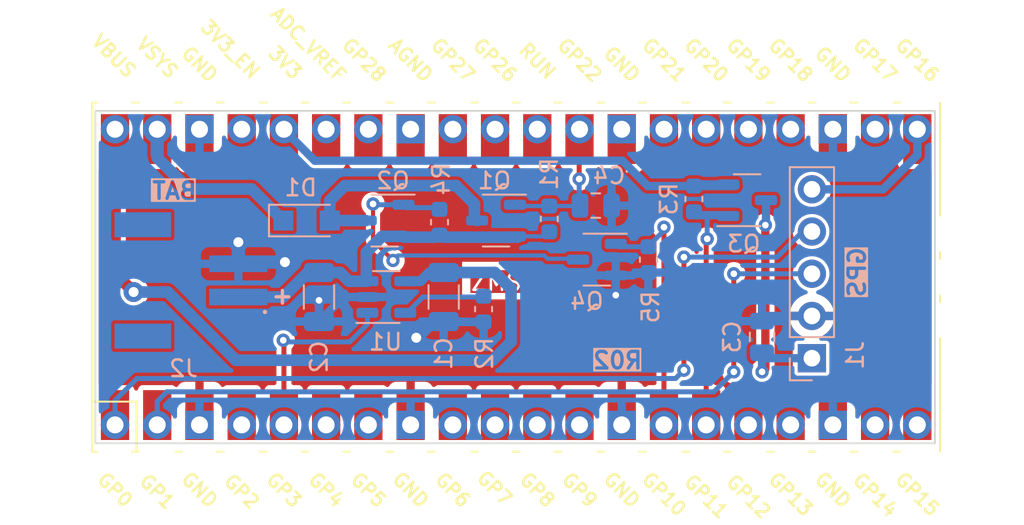
<source format=kicad_pcb>
(kicad_pcb (version 20221018) (generator pcbnew)
  (layers (0 "F.Cu" signal) (31 "B.Cu" signal) (34 "B.Paste" user) (35 "F.Paste" user) (36 "B.SilkS" user "B.Silkscreen") (37 "F.SilkS" user "F.Silkscreen") (38 "B.Mask" user) (39 "F.Mask" user) (44 "Edge.Cuts" user))
  (net 0 "")
  (net 1 "/GPS_3V3")
  (net 2 "GND")
  (net 3 "/GPS_TX")
  (net 4 "/GPS_RX")
  (net 5 "/GPS_PPS")
  (net 6 "/SWE")
  (net 7 "+BATT")
  (net 8 "Net-(D1-A)")
  (net 9 "Net-(Q2-G)")
  (net 10 "/EN_GPS")
  (net 11 "+3V3")
  (net 12 "Net-(U1-PROG)")
  (net 13 "/CHARGE")
  (net 14 "VBUS")
  (net 15 "/I2C_SDA")
  (net 16 "/I2C_SCL")
  (net 37 "/VBAT_SW")
  (net 39 "/PWR_EN")
  (footprint "Pico:RPi_Pico_SMD_TH_Customized" (layer "F.Cu") (at 194.31 70 90)
    (fp_text reference "U2" hide)
    (fp_text value "Pico")
    (fp_text user "GP9" (at -12.8 3.81 135) (layer "F.SilkS") (effects (font (size 0.8 0.8))))
    (fp_text user "GP22" (at 13.054 3.81 135) (layer "F.SilkS") (effects (font (size 0.8 0.8))))
    (fp_text user "AGND" (at 13.054 -6.35 135) (layer "F.SilkS") (effects (font (size 0.8 0.8))))
    (fp_text user "GP6" (at -12.8 -3.81 135) (layer "F.SilkS") (effects (font (size 0.8 0.8))))
    (fp_text user "RUN" (at 13 1.27 135) (layer "F.SilkS") (effects (font (size 0.8 0.8))))
    (fp_text user "GP16" (at 13.054 24.13 135) (layer "F.SilkS") (effects (font (size 0.8 0.8))))
    (fp_text user "3V3_EN" (at 13.7 -17.2 135) (layer "F.SilkS") (effects (font (size 0.8 0.8))))
    (fp_text user "GP0" (at -12.8 -24.13 135) (layer "F.SilkS") (effects (font (size 0.8 0.8))))
    (fp_text user "GND" (at -12.8 19.05 135) (layer "F.SilkS") (effects (font (size 0.8 0.8))))
    (fp_text user "GP19" (at 13.054 13.97 135) (layer "F.SilkS") (effects (font (size 0.8 0.8))))
    (fp_text user "GP27" (at 13.054 -3.8 135) (layer "F.SilkS") (effects (font (size 0.8 0.8))))
    (fp_text user "GP15" (at -13.054 24.13 135) (layer "F.SilkS") (effects (font (size 0.8 0.8))))
    (fp_text user "GP11" (at -13.2 11.43 135) (layer "F.SilkS") (effects (font (size 0.8 0.8))))
    (fp_text user "ADC_VREF" (at 14 -12.5 135) (layer "F.SilkS") (effects (font (size 0.8 0.8))))
    (fp_text user "GP4" (at -12.8 -11.43 135) (layer "F.SilkS") (effects (font (size 0.8 0.8))))
    (fp_text user "GND" (at -12.8 6.35 135) (layer "F.SilkS") (effects (font (size 0.8 0.8))))
    (fp_text user "GND" (at 12.8 -19.05 135) (layer "F.SilkS") (effects (font (size 0.8 0.8))))
    (fp_text user "VSYS" (at 13.2 -21.59 135) (layer "F.SilkS") (effects (font (size 0.8 0.8))))
    (fp_text user "GP28" (at 13.054 -9.144 135) (layer "F.SilkS") (effects (font (size 0.8 0.8))))
    (fp_text user "GP12" (at -13.2 13.97 135) (layer "F.SilkS") (effects (font (size 0.8 0.8))))
    (fp_text user "GP7" (at -12.7 -1.3 135) (layer "F.SilkS") (effects (font (size 0.8 0.8))))
    (fp_text user "GP18" (at 13.054 16.51 135) (layer "F.SilkS") (effects (font (size 0.8 0.8))))
    (fp_text user "GP20" (at 13.054 11.43 135) (layer "F.SilkS") (effects (font (size 0.8 0.8))))
    (fp_text user "GP3" (at -12.8 -13.97 135) (layer "F.SilkS") (effects (font (size 0.8 0.8))))
    (fp_text user "GP14" (at -13.1 21.59 135) (layer "F.SilkS") (effects (font (size 0.8 0.8))))
    (fp_text user "GP21" (at 13.054 8.9 135) (layer "F.SilkS") (effects (font (size 0.8 0.8))))
    (fp_text user "GP8" (at -12.8 1.27 135) (layer "F.SilkS") (effects (font (size 0.8 0.8))))
    (fp_text user "GP2" (at -12.9 -16.51 135) (layer "F.SilkS") (effects (font (size 0.8 0.8))))
    (fp_text user "GND" (at -12.8 -6.35 135) (layer "F.SilkS") (effects (font (size 0.8 0.8))))
    (fp_text user "GP26" (at 13.054 -1.27 135) (layer "F.SilkS") (effects (font (size 0.8 0.8))))
    (fp_text user "3V3" (at 12.9 -13.9 135) (layer "F.SilkS") (effects (font (size 0.8 0.8))))
    (fp_text user "GND" (at 12.8 19.05 135) (layer "F.SilkS") (effects (font (size 0.8 0.8))))
    (fp_text user "VBUS" (at 13.3 -24.2 135) (layer "F.SilkS") (effects (font (size 0.8 0.8))))
    (fp_text user "GP5" (at -12.8 -8.89 135) (layer "F.SilkS") (effects (font (size 0.8 0.8))))
    (fp_text user "GND" (at -12.8 -19.05 135) (layer "F.SilkS") (effects (font (size 0.8 0.8))))
    (fp_text user "GP1" (at -12.9 -21.6 135) (layer "F.SilkS") (effects (font (size 0.8 0.8))))
    (fp_text user "GP13" (at -13.054 16.51 135) (layer "F.SilkS") (effects (font (size 0.8 0.8))))
    (fp_text user "GP17" (at 13.054 21.59 135) (layer "F.SilkS") (effects (font (size 0.8 0.8))))
    (fp_text user "GP10" (at -13.054 8.89 135) (layer "F.SilkS") (effects (font (size 0.8 0.8))))
    (fp_text user "GND" (at 12.8 6.35 135) (layer "F.SilkS") (effects (font (size 0.8 0.8))))
    (fp_line (start -10.5 -25.5) (end -10.5 -25.2) (stroke (width 0.12)) (layer "F.SilkS"))
    (fp_line (start -10.5 -25.5) (end 10.5 -25.5) (stroke (width 0.12)) (layer "F.SilkS"))
    (fp_line (start -10.5 -23.1) (end -10.5 -22.7) (stroke (width 0.12)) (layer "F.SilkS"))
    (fp_line (start -10.5 -22.833) (end -7.493 -22.833) (stroke (width 0.12)) (layer "F.SilkS"))
    (fp_line (start -10.5 -20.5) (end -10.5 -20.1) (stroke (width 0.12)) (layer "F.SilkS"))
    (fp_line (start -10.5 -18) (end -10.5 -17.6) (stroke (width 0.12)) (layer "F.SilkS"))
    (fp_line (start -10.5 -15.4) (end -10.5 -15) (stroke (width 0.12)) (layer "F.SilkS"))
    (fp_line (start -10.5 -12.9) (end -10.5 -12.5) (stroke (width 0.12)) (layer "F.SilkS"))
    (fp_line (start -10.5 -10.4) (end -10.5 -10) (stroke (width 0.12)) (layer "F.SilkS"))
    (fp_line (start -10.5 -7.8) (end -10.5 -7.4) (stroke (width 0.12)) (layer "F.SilkS"))
    (fp_line (start -10.5 -5.3) (end -10.5 -4.9) (stroke (width 0.12)) (layer "F.SilkS"))
    (fp_line (start -10.5 -2.7) (end -10.5 -2.3) (stroke (width 0.12)) (layer "F.SilkS"))
    (fp_line (start -10.5 -0.2) (end -10.5 0.2) (stroke (width 0.12)) (layer "F.SilkS"))
    (fp_line (start -10.5 2.3) (end -10.5 2.7) (stroke (width 0.12)) (layer "F.SilkS"))
    (fp_line (start -10.5 4.9) (end -10.5 5.3) (stroke (width 0.12)) (layer "F.SilkS"))
    (fp_line (start -10.5 7.4) (end -10.5 7.8) (stroke (width 0.12)) (layer "F.SilkS"))
    (fp_line (start -10.5 10) (end -10.5 10.4) (stroke (width 0.12)) (layer "F.SilkS"))
    (fp_line (start -10.5 12.5) (end -10.5 12.9) (stroke (width 0.12)) (layer "F.SilkS"))
    (fp_line (start -10.5 15.1) (end -10.5 15.5) (stroke (width 0.12)) (layer "F.SilkS"))
    (fp_line (start -10.5 17.6) (end -10.5 18) (stroke (width 0.12)) (layer "F.SilkS"))
    (fp_line (start -10.5 20.1) (end -10.5 20.5) (stroke (width 0.12)) (layer "F.SilkS"))
    (fp_line (start -10.5 22.7) (end -10.5 23.1) (stroke (width 0.12)) (layer "F.SilkS"))
    (fp_line (start -7.493 -22.833) (end -7.493 -25.5) (stroke (width 0.12)) (layer "F.SilkS"))
    (fp_line (start -3.7 25.5) (end -10.5 25.5) (stroke (width 0.12)) (layer "F.SilkS"))
    (fp_line (start -1.5 25.5) (end -1.1 25.5) (stroke (width 0.12)) (layer "F.SilkS"))
    (fp_line (start 1.1 25.5) (end 1.5 25.5) (stroke (width 0.12)) (layer "F.SilkS"))
    (fp_line (start 10.5 -25.5) (end 10.5 -25.2) (stroke (width 0.12)) (layer "F.SilkS"))
    (fp_line (start 10.5 -23.1) (end 10.5 -22.7) (stroke (width 0.12)) (layer "F.SilkS"))
    (fp_line (start 10.5 -20.5) (end 10.5 -20.1) (stroke (width 0.12)) (layer "F.SilkS"))
    (fp_line (start 10.5 -18) (end 10.5 -17.6) (stroke (width 0.12)) (layer "F.SilkS"))
    (fp_line (start 10.5 -15.4) (end 10.5 -15) (stroke (width 0.12)) (layer "F.SilkS"))
    (fp_line (start 10.5 -12.9) (end 10.5 -12.5) (stroke (width 0.12)) (layer "F.SilkS"))
    (fp_line (start 10.5 -10.4) (end 10.5 -10) (stroke (width 0.12)) (layer "F.SilkS"))
    (fp_line (start 10.5 -7.8) (end 10.5 -7.4) (stroke (width 0.12)) (layer "F.SilkS"))
    (fp_line (start 10.5 -5.3) (end 10.5 -4.9) (stroke (width 0.12)) (layer "F.SilkS"))
    (fp_line (start 10.5 -2.7) (end 10.5 -2.3) (stroke (width 0.12)) (layer "F.SilkS"))
    (fp_line (start 10.5 -0.2) (end 10.5 0.2) (stroke (width 0.12)) (layer "F.SilkS"))
    (fp_line (start 10.5 2.3) (end 10.5 2.7) (stroke (width 0.12)) (layer "F.SilkS"))
    (fp_line (start 10.5 4.9) (end 10.5 5.3) (stroke (width 0.12)) (layer "F.SilkS"))
    (fp_line (start 10.5 7.4) (end 10.5 7.8) (stroke (width 0.12)) (layer "F.SilkS"))
    (fp_line (start 10.5 10) (end 10.5 10.4) (stroke (width 0.12)) (layer "F.SilkS"))
    (fp_line (start 10.5 12.5) (end 10.5 12.9) (stroke (width 0.12)) (layer "F.SilkS"))
    (fp_line (start 10.5 15.1) (end 10.5 15.5) (stroke (width 0.12)) (layer "F.SilkS"))
    (fp_line (start 10.5 17.6) (end 10.5 18) (stroke (width 0.12)) (layer "F.SilkS"))
    (fp_line (start 10.5 20.1) (end 10.5 20.5) (stroke (width 0.12)) (layer "F.SilkS"))
    (fp_line (start 10.5 22.7) (end 10.5 23.1) (stroke (width 0.12)) (layer "F.SilkS"))
    (fp_line (start 10.5 25.5) (end 3.7 25.5) (stroke (width 0.12)) (layer "F.SilkS"))
    (pad "1" thru_hole oval (at -8.89 -24.13 90) (size 1.7 1.7) (drill 1.02) (layers "*.Cu" "*.Mask") (net 4 "/GPS_RX"))
    (pad "1" smd rect (at -7.4 -24.13 90) (size 3 1.7) (drill (offset -0.9 0)) (layers "F.Cu" "F.Mask") (net 4 "/GPS_RX"))
    (pad "2" thru_hole oval (at -8.89 -21.59 90) (size 1.7 1.7) (drill 1.02) (layers "*.Cu" "*.Mask") (net 3 "/GPS_TX"))
    (pad "2" smd rect (at -7.4 -21.59 90) (size 3 1.7) (drill (offset -0.9 0)) (layers "F.Cu" "F.Mask") (net 3 "/GPS_TX"))
    (pad "3" thru_hole rect (at -8.89 -19.05 90) (size 1.7 1.7) (drill 1.02) (layers "*.Cu" "*.Mask") (net 2 "GND"))
    (pad "3" smd rect (at -7.4 -19.05 90) (size 3 1.7) (drill (offset -0.9 0)) (layers "F.Cu" "F.Mask") (net 2 "GND"))
    (pad "4" thru_hole oval (at -8.89 -16.51 90) (size 1.7 1.7) (drill 1.02) (layers "*.Cu" "*.Mask"))
    (pad "4" smd rect (at -7.4 -16.51 90) (size 3 1.7) (drill (offset -0.9 0)) (layers "F.Cu" "F.Mask"))
    (pad "5" thru_hole oval (at -8.89 -13.97 90) (size 1.7 1.7) (drill 1.02) (layers "*.Cu" "*.Mask") (net 13 "/CHARGE"))
    (pad "5" smd rect (at -7.4 -13.97 90) (size 3 1.7) (drill (offset -0.9 0)) (layers "F.Cu" "F.Mask") (net 13 "/CHARGE"))
    (pad "6" thru_hole oval (at -8.89 -11.43 90) (size 1.7 1.7) (drill 1.02) (layers "*.Cu" "*.Mask") (net 15 "/I2C_SDA"))
    (pad "6" smd rect (at -7.4 -11.43 90) (size 3 1.7) (drill (offset -0.9 0)) (layers "F.Cu" "F.Mask") (net 15 "/I2C_SDA"))
    (pad "7" thru_hole oval (at -8.89 -8.89 90) (size 1.7 1.7) (drill 1.02) (layers "*.Cu" "*.Mask") (net 16 "/I2C_SCL"))
    (pad "7" smd rect (at -7.4 -8.89 90) (size 3 1.7) (drill (offset -0.9 0)) (layers "F.Cu" "F.Mask") (net 16 "/I2C_SCL"))
    (pad "8" thru_hole rect (at -8.89 -6.35 90) (size 1.7 1.7) (drill 1.02) (layers "*.Cu" "*.Mask") (net 2 "GND"))
    (pad "8" smd rect (at -7.4 -6.35 90) (size 3 1.7) (drill (offset -0.9 0)) (layers "F.Cu" "F.Mask") (net 2 "GND"))
    (pad "9" thru_hole oval (at -8.89 -3.81 90) (size 1.7 1.7) (drill 1.02) (layers "*.Cu" "*.Mask"))
    (pad "9" smd rect (at -7.4 -3.81 90) (size 3 1.7) (drill (offset -0.9 0)) (layers "F.Cu" "F.Mask"))
    (pad "10" thru_hole oval (at -8.89 -1.27 90) (size 1.7 1.7) (drill 1.02) (layers "*.Cu" "*.Mask"))
    (pad "10" smd rect (at -7.4 -1.27 90) (size 3 1.7) (drill (offset -0.9 0)) (layers "F.Cu" "F.Mask"))
    (pad "11" thru_hole oval (at -8.89 1.27 90) (size 1.7 1.7) (drill 1.02) (layers "*.Cu" "*.Mask"))
    (pad "11" smd rect (at -7.4 1.27 90) (size 3 1.7) (drill (offset -0.9 0)) (layers "F.Cu" "F.Mask"))
    (pad "12" thru_hole oval (at -8.89 3.81 90) (size 1.7 1.7) (drill 1.02) (layers "*.Cu" "*.Mask"))
    (pad "12" smd rect (at -7.4 3.81 90) (size 3 1.7) (drill (offset -0.9 0)) (layers "F.Cu" "F.Mask"))
    (pad "13" thru_hole rect (at -8.89 6.35 90) (size 1.7 1.7) (drill 1.02) (layers "*.Cu" "*.Mask") (net 2 "GND"))
    (pad "13" smd rect (at -7.4 6.35 90) (size 3 1.7) (drill (offset -0.9 0)) (layers "F.Cu" "F.Mask") (net 2 "GND"))
    (pad "14" thru_hole oval (at -8.89 8.89 90) (size 1.7 1.7) (drill 1.02) (layers "*.Cu" "*.Mask") (net 39 "/PWR_EN"))
    (pad "14" smd rect (at -7.4 8.89 90) (size 3 1.7) (drill (offset -0.9 0)) (layers "F.Cu" "F.Mask") (net 39 "/PWR_EN"))
    (pad "15" thru_hole oval (at -8.89 11.43 90) (size 1.7 1.7) (drill 1.02) (layers "*.Cu" "*.Mask") (net 10 "/EN_GPS"))
    (pad "15" smd rect (at -7.4 11.43 90) (size 3 1.7) (drill (offset -0.9 0)) (layers "F.Cu" "F.Mask") (net 10 "/EN_GPS"))
    (pad "16" thru_hole oval (at -8.89 13.97 90) (size 1.7 1.7) (drill 1.02) (layers "*.Cu" "*.Mask"))
    (pad "16" smd rect (at -7.4 13.97 90) (size 3 1.7) (drill (offset -0.9 0)) (layers "F.Cu" "F.Mask"))
    (pad "17" thru_hole oval (at -8.89 16.51 90) (size 1.7 1.7) (drill 1.02) (layers "*.Cu" "*.Mask"))
    (pad "17" smd rect (at -7.4 16.51 90) (size 3 1.7) (drill (offset -0.9 0)) (layers "F.Cu" "F.Mask"))
    (pad "18" thru_hole rect (at -8.89 19.05 90) (size 1.7 1.7) (drill 1.02) (layers "*.Cu" "*.Mask") (net 2 "GND"))
    (pad "18" smd rect (at -7.4 19.05 90) (size 3 1.7) (drill (offset -0.9 0)) (layers "F.Cu" "F.Mask") (net 2 "GND"))
    (pad "19" thru_hole oval (at -8.89 21.59 90) (size 1.7 1.7) (drill 1.02) (layers "*.Cu" "*.Mask"))
    (pad "19" smd rect (at -7.4 21.59 90) (size 3 1.7) (drill (offset -0.9 0)) (layers "F.Cu" "F.Mask"))
    (pad "20" thru_hole oval (at -8.89 24.13 90) (size 1.7 1.7) (drill 1.02) (layers "*.Cu" "*.Mask"))
    (pad "20" smd rect (at -7.4 24.13 90) (size 3 1.7) (drill (offset -0.9 0)) (layers "F.Cu" "F.Mask"))
    (pad "21" thru_hole oval (at 8.89 24.13 90) (size 1.7 1.7) (drill 1.02) (layers "*.Cu" "*.Mask") (net 5 "/GPS_PPS"))
    (pad "21" smd rect (at 9.2 24.13 90) (size 3 1.7) (drill (offset -0.9 0)) (layers "F.Cu" "F.Mask") (net 5 "/GPS_PPS"))
    (pad "22" thru_hole oval (at 8.89 21.59 90) (size 1.7 1.7) (drill 1.02) (layers "*.Cu" "*.Mask"))
    (pad "22" smd rect (at 9.2 21.59 90) (size 3 1.7) (drill (offset -0.9 0)) (layers "F.Cu" "F.Mask"))
    (pad "23" thru_hole rect (at 8.89 19.05 90) (size 1.7 1.7) (drill 1.02) (layers "*.Cu" "*.Mask") (net 2 "GND"))
    (pad "23" smd rect (at 9.2 19.05 90) (size 3 1.7) (drill (offset -0.9 0)) (layers "F.Cu" "F.Mask") (net 2 "GND"))
    (pad "24" thru_hole oval (at 8.89 16.51 90) (size 1.7 1.7) (drill 1.02) (layers "*.Cu" "*.Mask"))
    (pad "24" smd rect (at 9.2 16.51 90) (size 3 1.7) (drill (offset -0.9 0)) (layers "F.Cu" "F.Mask"))
    (pad "25" thru_hole oval (at 8.89 13.97 90) (size 1.7 1.7) (drill 1.02) (layers "*.Cu" "*.Mask"))
    (pad "25" smd rect (at 9.2 13.97 90) (size 3 1.7) (drill (offset -0.9 0)) (layers "F.Cu" "F.Mask"))
    (pad "26" thru_hole oval (at 8.89 11.43 90) (size 1.7 1.7) (drill 1.02) (layers "*.Cu" "*.Mask"))
    (pad "26" smd rect (at 9.2 11.43 90) (size 3 1.7) (drill (offset -0.9 0)) (layers "F.Cu" "F.Mask"))
    (pad "27" thru_hole oval (at 8.89 8.89 90) (size 1.7 1.7) (drill 1.02) (layers "*.Cu" "*.Mask"))
    (pad "27" smd rect (at 9.2 8.89 90) (size 3 1.7) (drill (offset -0.9 0)) (layers "F.Cu" "F.Mask"))
    (pad "28" thru_hole rect (at 8.89 6.35 90) (size 1.7 1.7) (drill 1.02) (layers "*.Cu" "*.Mask") (net 2 "GND"))
    (pad "28" smd rect (at 9.2 6.35 90) (size 3 1.7) (drill (offset -0.9 0)) (layers "F.Cu" "F.Mask") (net 2 "GND"))
    (pad "29" thru_hole oval (at 8.89 3.81 90) (size 1.7 1.7) (drill 1.02) (layers "*.Cu" "*.Mask") (net 6 "/SWE"))
    (pad "29" smd rect (at 9.2 3.81 90) (size 3 1.7) (drill (offset -0.9 0)) (layers "F.Cu" "F.Mask") (net 6 "/SWE"))
    (pad "30" thru_hole oval (at 8.89 1.27 90) (size 1.7 1.7) (drill 1.02) (layers "*.Cu" "*.Mask"))
    (pad "30" smd rect (at 9.2 1.27 90) (size 3 1.7) (drill (offset -0.9 0)) (layers "F.Cu" "F.Mask"))
    (pad "31" thru_hole oval (at 8.89 -1.27 90) (size 1.7 1.7) (drill 1.02) (layers "*.Cu" "*.Mask"))
    (pad "31" smd rect (at 9.2 -1.27 90) (size 3 1.7) (drill (offset -0.9 0)) (layers "F.Cu" "F.Mask"))
    (pad "32" thru_hole oval (at 8.89 -3.81 90) (size 1.7 1.7) (drill 1.02) (layers "*.Cu" "*.Mask"))
    (pad "32" smd rect (at 9.2 -3.81 90) (size 3 1.7) (drill (offset -0.9 0)) (layers "F.Cu" "F.Mask"))
    (pad "33" thru_hole rect (at 8.89 -6.35 90) (size 1.7 1.7) (drill 1.02) (layers "*.Cu" "*.Mask"))
    (pad "33" smd rect (at 9.2 -6.35 90) (size 3 1.7) (drill (offset -0.9 0)) (layers "F.Cu" "F.Mask"))
    (pad "34" thru_hole oval (at 8.89 -8.89 90) (size 1.7 1.7) (drill 1.02) (layers "*.Cu" "*.Mask"))
    (pad "34" smd rect (at 9.2 -8.89 90) (size 3 1.7) (drill (offset -0.9 0)) (layers "F.Cu" "F.Mask"))
    (pad "35" thru_hole oval (at 8.89 -11.43 90) (size 1.7 1.7) (drill 1.02) (layers "*.Cu" "*.Mask"))
    (pad "35" smd rect (at 9.2 -11.43 90) (size 3 1.7) (drill (offset -0.9 0)) (layers "F.Cu" "F.Mask"))
    (pad "36" thru_hole oval (at 8.89 -13.97 90) (size 1.7 1.7) (drill 1.02) (layers "*.Cu" "*.Mask") (net 11 "+3V3"))
    (pad "36" smd rect (at 9.2 -13.97 90) (size 3 1.7) (drill (offset -0.9 0)) (layers "F.Cu" "F.Mask") (net 11 "+3V3"))
    (pad "37" thru_hole oval (at 8.89 -16.51 90) (size 1.7 1.7) (drill 1.02) (layers "*.Cu" "*.Mask"))
    (pad "37" smd rect (at 9.2 -16.51 90) (size 3 1.7) (drill (offset -0.9 0)) (layers "F.Cu" "F.Mask"))
    (pad "38" thru_hole rect (at 8.89 -19.05 90) (size 1.7 1.7) (drill 1.02) (layers "*.Cu" "*.Mask") (net 2 "GND"))
    (pad "38" smd rect (at 9.2 -19.05 90) (size 3 1.7) (drill (offset -0.9 0)) (layers "F.Cu" "F.Mask") (net 2 "GND"))
    (pad "39" thru_hole oval (at 8.89 -21.59 90) (size 1.7 1.7) (drill 1.02) (layers "*.Cu" "*.Mask") (net 37 "/VBAT_SW"))
    (pad "39" smd rect (at 9.2 -21.59 90) (size 3 1.7) (drill (offset -0.9 0)) (layers "F.Cu" "F.Mask") (net 37 "/VBAT_SW"))
    (pad "40" thru_hole oval (at 8.89 -24.13 90) (size 1.7 1.7) (drill 1.02) (layers "*.Cu" "*.Mask") (net 14 "VBUS"))
    (pad "40" smd rect (at 9.2 -24.13 90) (size 3 1.7) (drill (offset -0.9 0)) (layers "F.Cu" "F.Mask") (net 14 "VBUS"))
  )
  (footprint "Capacitor_SMD:C_0603_1608Metric" (layer "B.Cu") (at 189.7 66.7 90)
    (fp_text reference "R4" (at 2.6 0.1 90) (layer "B.SilkS") (effects (justify mirror)))
    (fp_text value "100k")
    (fp_line (start -0.14058 -0.51) (end 0.14058 -0.51) (stroke (width 0.12)) (layer "B.SilkS"))
    (fp_line (start -0.14058 0.51) (end 0.14058 0.51) (stroke (width 0.12)) (layer "B.SilkS"))
    (pad "1" smd roundrect (at -0.775 0 90) (size 0.9 0.95) (layers "B.Cu" "B.Paste" "B.Mask") (net 7 "+BATT"))
    (pad "2" smd roundrect (at 0.775 0 90) (size 0.9 0.95) (layers "B.Cu" "B.Paste" "B.Mask") (net 9 "Net-(Q2-G)"))
  )
  (footprint "Capacitor_SMD:C_0603_1608Metric" (layer "B.Cu") (at 202.2625 68.95 -90)
    (fp_text reference "R5" (at 2.85 -0.1375 90) (layer "B.SilkS") (effects (justify mirror)))
    (fp_text value "100k")
    (fp_line (start -0.14058 -0.51) (end 0.14058 -0.51) (stroke (width 0.12)) (layer "B.SilkS"))
    (fp_line (start -0.14058 0.51) (end 0.14058 0.51) (stroke (width 0.12)) (layer "B.SilkS"))
    (pad "1" smd roundrect (at -0.775 0 270) (size 0.9 0.95) (layers "B.Cu" "B.Paste" "B.Mask") (net 39 "/PWR_EN"))
    (pad "2" smd roundrect (at 0.775 0 270) (size 0.9 0.95) (layers "B.Cu" "B.Paste" "B.Mask") (net 2 "GND"))
  )
  (footprint "Capacitor_SMD:C_0805_2012Metric" (layer "B.Cu") (at 209.1 73.6 90)
    (fp_text reference "C3" (at 0 -1.8 90) (layer "B.SilkS") (effects (justify mirror)))
    (fp_text value "0.1µ")
    (fp_line (start -0.261252 -0.735) (end 0.261252 -0.735) (stroke (width 0.12)) (layer "B.SilkS"))
    (fp_line (start -0.261252 0.735) (end 0.261252 0.735) (stroke (width 0.12)) (layer "B.SilkS"))
    (pad "1" smd roundrect (at -0.95 0 90) (size 1 1.45) (layers "B.Cu" "B.Paste" "B.Mask") (net 1 "/GPS_3V3"))
    (pad "2" smd roundrect (at 0.95 0 90) (size 1 1.45) (layers "B.Cu" "B.Paste" "B.Mask") (net 2 "GND"))
  )
  (footprint "Capacitor_SMD:C_0603_1608Metric" (layer "B.Cu") (at 205 65.3 -90)
    (fp_text reference "R3" (at 0 1.5 90) (layer "B.SilkS") (effects (justify mirror)))
    (fp_text value "100k")
    (fp_line (start -0.14058 -0.51) (end 0.14058 -0.51) (stroke (width 0.12)) (layer "B.SilkS"))
    (fp_line (start -0.14058 0.51) (end 0.14058 0.51) (stroke (width 0.12)) (layer "B.SilkS"))
    (pad "1" smd roundrect (at -0.775 0 270) (size 0.9 0.95) (layers "B.Cu" "B.Paste" "B.Mask") (net 11 "+3V3"))
    (pad "2" smd roundrect (at 0.775 0 270) (size 0.9 0.95) (layers "B.Cu" "B.Paste" "B.Mask") (net 10 "/EN_GPS"))
  )
  (footprint "Diode_SMD:Nexperia_CFP3_SOD-123W" (layer "B.Cu") (at 181.7 66.6)
    (fp_text reference "D1" (at -0.35 -1.975) (layer "B.SilkS") (effects (justify mirror)))
    (fp_text value "D")
    (fp_line (start -2.26 -0.95) (end 1.4 -0.95) (stroke (width 0.12)) (layer "B.SilkS"))
    (fp_line (start -2.26 0.95) (end -2.26 -0.95) (stroke (width 0.12)) (layer "B.SilkS"))
    (fp_line (start -2.26 0.95) (end 1.4 0.95) (stroke (width 0.12)) (layer "B.SilkS"))
    (pad "1" smd rect (at -1.4 0) (size 1.2 1.2) (layers "B.Cu" "B.Paste" "B.Mask") (net 37 "/VBAT_SW"))
    (pad "2" smd rect (at 1.4 0) (size 1.2 1.2) (layers "B.Cu" "B.Paste" "B.Mask") (net 8 "Net-(D1-A)"))
  )
  (footprint "Package_TO_SOT_SMD:SOT-23-3" (layer "B.Cu") (at 208.2 65.375)
    (fp_text reference "Q3" (at -0.2 2.625) (layer "B.SilkS") (effects (justify mirror)))
    (fp_text value "Q_PMOS_GSD")
    (fp_line (start 0 -1.56) (end -0.8 -1.56) (stroke (width 0.12)) (layer "B.SilkS"))
    (fp_line (start 0 -1.56) (end 0.8 -1.56) (stroke (width 0.12)) (layer "B.SilkS"))
    (fp_line (start 0 1.56) (end -1.8 1.56) (stroke (width 0.12)) (layer "B.SilkS"))
    (fp_line (start 0 1.56) (end 0.8 1.56) (stroke (width 0.12)) (layer "B.SilkS"))
    (pad "1" smd roundrect (at -1.1375 0.95) (size 1.325 0.6) (layers "B.Cu" "B.Paste" "B.Mask") (net 10 "/EN_GPS"))
    (pad "2" smd roundrect (at -1.1375 -0.95) (size 1.325 0.6) (layers "B.Cu" "B.Paste" "B.Mask") (net 11 "+3V3"))
    (pad "3" smd roundrect (at 1.1375 0) (size 1.325 0.6) (layers "B.Cu" "B.Paste" "B.Mask") (net 1 "/GPS_3V3"))
  )
  (footprint "Capacitor_SMD:C_0805_2012Metric" (layer "B.Cu") (at 199.1 65.7)
    (fp_text reference "C4" (at 0.8 -1.8) (layer "B.SilkS") (effects (justify mirror)))
    (fp_text value "C")
    (fp_line (start -0.261252 -0.735) (end 0.261252 -0.735) (stroke (width 0.12)) (layer "B.SilkS"))
    (fp_line (start -0.261252 0.735) (end 0.261252 0.735) (stroke (width 0.12)) (layer "B.SilkS"))
    (pad "1" smd roundrect (at -0.95 0) (size 1 1.45) (layers "B.Cu" "B.Paste" "B.Mask") (net 6 "/SWE"))
    (pad "2" smd roundrect (at 0.95 0) (size 1 1.45) (layers "B.Cu" "B.Paste" "B.Mask") (net 2 "GND"))
  )
  (footprint "JST-PH:JST_S2B-PH-SM4-TB" (layer "B.Cu") (at 177.6 70.2 -90)
    (fp_text reference "J2" (at 5.3 3.3) (layer "B.SilkS") (effects (font (size 1.001386 1.001386)) (justify mirror)))
    (fp_text value "S2B-PH-SM4-TB")
    (fp_circle (center 1.9 -1.6) (end 2.027 -1.6) (fill solid) (layer "B.SilkS"))
    (pad "1" smd rect (at 1 0 270) (size 1 3.5) (layers "B.Cu" "B.Paste" "B.Mask") (net 7 "+BATT"))
    (pad "2" smd rect (at -1 0 270) (size 1 3.5) (layers "B.Cu" "B.Paste" "B.Mask") (net 2 "GND"))
    (pad "P1" smd rect (at 3.35 5.75 270) (size 1.5 3.4) (layers "B.Cu" "B.Paste" "B.Mask"))
    (pad "P2" smd rect (at -3.35 5.75 270) (size 1.5 3.4) (layers "B.Cu" "B.Paste" "B.Mask"))
  )
  (footprint "Package_TO_SOT_SMD:SOT-23-3" (layer "B.Cu") (at 186.4 66.6 180)
    (fp_text reference "Q2" (at -0.5 2.4 180) (layer "B.SilkS") (effects (justify mirror)))
    (fp_text value "Q_PMOS_GSD")
    (fp_line (start 0 -1.56) (end -0.8 -1.56) (stroke (width 0.12)) (layer "B.SilkS"))
    (fp_line (start 0 -1.56) (end 0.8 -1.56) (stroke (width 0.12)) (layer "B.SilkS"))
    (fp_line (start 0 1.56) (end -1.8 1.56) (stroke (width 0.12)) (layer "B.SilkS"))
    (fp_line (start 0 1.56) (end 0.8 1.56) (stroke (width 0.12)) (layer "B.SilkS"))
    (pad "1" smd roundrect (at -1.1375 0.95 180) (size 1.325 0.6) (layers "B.Cu" "B.Paste" "B.Mask") (net 9 "Net-(Q2-G)"))
    (pad "2" smd roundrect (at -1.1375 -0.95 180) (size 1.325 0.6) (layers "B.Cu" "B.Paste" "B.Mask") (net 7 "+BATT"))
    (pad "3" smd roundrect (at 1.1375 0 180) (size 1.325 0.6) (layers "B.Cu" "B.Paste" "B.Mask") (net 8 "Net-(D1-A)"))
  )
  (footprint "Package_TO_SOT_SMD:SOT-23-3" (layer "B.Cu") (at 193.1 66.6 180)
    (fp_text reference "Q1" (at 0.1 2.4 180) (layer "B.SilkS") (effects (justify mirror)))
    (fp_text value "Q_PMOS_GSD")
    (fp_line (start 0 -1.56) (end -0.8 -1.56) (stroke (width 0.12)) (layer "B.SilkS"))
    (fp_line (start 0 -1.56) (end 0.8 -1.56) (stroke (width 0.12)) (layer "B.SilkS"))
    (fp_line (start 0 1.56) (end -1.8 1.56) (stroke (width 0.12)) (layer "B.SilkS"))
    (fp_line (start 0 1.56) (end 0.8 1.56) (stroke (width 0.12)) (layer "B.SilkS"))
    (pad "1" smd roundrect (at -1.1375 0.95 180) (size 1.325 0.6) (layers "B.Cu" "B.Paste" "B.Mask") (net 6 "/SWE"))
    (pad "2" smd roundrect (at -1.1375 -0.95 180) (size 1.325 0.6) (layers "B.Cu" "B.Paste" "B.Mask") (net 7 "+BATT"))
    (pad "3" smd roundrect (at 1.1375 0 180) (size 1.325 0.6) (layers "B.Cu" "B.Paste" "B.Mask") (net 8 "Net-(D1-A)"))
  )
  (footprint "Package_TO_SOT_SMD:SOT-23-5" (layer "B.Cu") (at 186.5 71.2)
    (fp_text reference "U1" (at -0.05 2.7) (layer "B.SilkS") (effects (justify mirror)))
    (fp_text value "MCP73832-2-OT")
    (fp_line (start 0 -1.56) (end -0.8 -1.56) (stroke (width 0.12)) (layer "B.SilkS"))
    (fp_line (start 0 -1.56) (end 0.8 -1.56) (stroke (width 0.12)) (layer "B.SilkS"))
    (fp_line (start 0 1.56) (end -1.8 1.56) (stroke (width 0.12)) (layer "B.SilkS"))
    (fp_line (start 0 1.56) (end 0.8 1.56) (stroke (width 0.12)) (layer "B.SilkS"))
    (pad "1" smd roundrect (at -1.1375 0.95) (size 1.325 0.6) (layers "B.Cu" "B.Paste" "B.Mask") (net 13 "/CHARGE"))
    (pad "2" smd roundrect (at -1.1375 0) (size 1.325 0.6) (layers "B.Cu" "B.Paste" "B.Mask") (net 2 "GND"))
    (pad "3" smd roundrect (at -1.1375 -0.95) (size 1.325 0.6) (layers "B.Cu" "B.Paste" "B.Mask") (net 7 "+BATT"))
    (pad "4" smd roundrect (at 1.1375 -0.95) (size 1.325 0.6) (layers "B.Cu" "B.Paste" "B.Mask") (net 14 "VBUS"))
    (pad "5" smd roundrect (at 1.1375 0.95) (size 1.325 0.6) (layers "B.Cu" "B.Paste" "B.Mask") (net 12 "Net-(U1-PROG)"))
  )
  (footprint "Capacitor_SMD:C_1206_3216Metric" (layer "B.Cu") (at 182.45 71.2 -90)
    (fp_text reference "C2" (at 3.6 0 90) (layer "B.SilkS") (effects (justify mirror)))
    (fp_text value "10µ")
    (fp_line (start -0.711252 -0.91) (end 0.711252 -0.91) (stroke (width 0.12)) (layer "B.SilkS"))
    (fp_line (start -0.711252 0.91) (end 0.711252 0.91) (stroke (width 0.12)) (layer "B.SilkS"))
    (pad "1" smd roundrect (at -1.475 0 270) (size 1.15 1.8) (layers "B.Cu" "B.Paste" "B.Mask") (roundrect_rratio 0.2173913043) (net 7 "+BATT"))
    (pad "2" smd roundrect (at 1.475 0 270) (size 1.15 1.8) (layers "B.Cu" "B.Paste" "B.Mask") (roundrect_rratio 0.2173913043) (net 2 "GND"))
  )
  (footprint "Capacitor_SMD:C_0603_1608Metric" (layer "B.Cu") (at 192.35 71.925 -90)
    (fp_text reference "R2" (at 2.675 -0.05 90) (layer "B.SilkS") (effects (justify mirror)))
    (fp_text value "2.2k")
    (fp_line (start -0.14058 -0.51) (end 0.14058 -0.51) (stroke (width 0.12)) (layer "B.SilkS"))
    (fp_line (start -0.14058 0.51) (end 0.14058 0.51) (stroke (width 0.12)) (layer "B.SilkS"))
    (pad "1" smd roundrect (at -0.775 0 270) (size 0.9 0.95) (layers "B.Cu" "B.Paste" "B.Mask") (net 12 "Net-(U1-PROG)"))
    (pad "2" smd roundrect (at 0.775 0 270) (size 0.9 0.95) (layers "B.Cu" "B.Paste" "B.Mask") (net 2 "GND"))
  )
  (footprint "Connector_PinHeader_2.54mm:PinHeader_1x05_P2.54mm_Vertical" (layer "B.Cu") (at 212.1 74.88)
    (fp_text reference "J1" (at 2.6 -0.18 90) (layer "B.SilkS") (effects (justify mirror)))
    (fp_text value "Conn_01x05")
    (fp_line (start -1.33 -11.49) (end 1.33 -11.49) (stroke (width 0.12)) (layer "B.SilkS"))
    (fp_line (start -1.33 -1.27) (end -1.33 -11.49) (stroke (width 0.12)) (layer "B.SilkS"))
    (fp_line (start -1.33 -1.27) (end 1.33 -1.27) (stroke (width 0.12)) (layer "B.SilkS"))
    (fp_line (start -1.33 0) (end -1.33 1.33) (stroke (width 0.12)) (layer "B.SilkS"))
    (fp_line (start -1.33 1.33) (end 0 1.33) (stroke (width 0.12)) (layer "B.SilkS"))
    (fp_line (start 1.33 -1.27) (end 1.33 -11.49) (stroke (width 0.12)) (layer "B.SilkS"))
    (pad "1" thru_hole rect (at 0 0) (size 1.7 1.7) (drill 1) (layers "*.Cu" "*.Mask") (net 1 "/GPS_3V3"))
    (pad "2" thru_hole oval (at 0 -2.54) (size 1.7 1.7) (drill 1) (layers "*.Cu" "*.Mask") (net 2 "GND"))
    (pad "3" thru_hole oval (at 0 -5.08) (size 1.7 1.7) (drill 1) (layers "*.Cu" "*.Mask") (net 3 "/GPS_TX"))
    (pad "4" thru_hole oval (at 0 -7.62) (size 1.7 1.7) (drill 1) (layers "*.Cu" "*.Mask") (net 4 "/GPS_RX"))
    (pad "5" thru_hole oval (at 0 -10.16) (size 1.7 1.7) (drill 1) (layers "*.Cu" "*.Mask") (net 5 "/GPS_PPS"))
  )
  (footprint "Capacitor_SMD:C_0603_1608Metric" (layer "B.Cu") (at 196.3 66.5 90)
    (fp_text reference "R1" (at 2.7 0 90) (layer "B.SilkS") (effects (justify mirror)))
    (fp_text value "2.2k")
    (fp_line (start -0.14058 -0.51) (end 0.14058 -0.51) (stroke (width 0.12)) (layer "B.SilkS"))
    (fp_line (start -0.14058 0.51) (end 0.14058 0.51) (stroke (width 0.12)) (layer "B.SilkS"))
    (pad "1" smd roundrect (at -0.775 0 90) (size 0.9 0.95) (layers "B.Cu" "B.Paste" "B.Mask") (net 7 "+BATT"))
    (pad "2" smd roundrect (at 0.775 0 90) (size 0.9 0.95) (layers "B.Cu" "B.Paste" "B.Mask") (net 6 "/SWE"))
  )
  (footprint "Package_TO_SOT_SMD:SOT-23-3" (layer "B.Cu") (at 199.1625 68.95 180)
    (fp_text reference "Q4" (at 0.6 -2.5) (layer "B.SilkS") (effects (justify mirror)))
    (fp_text value "Q_NMOS_GSD")
    (fp_line (start 0 -1.56) (end -0.8 -1.56) (stroke (width 0.12)) (layer "B.SilkS"))
    (fp_line (start 0 -1.56) (end 0.8 -1.56) (stroke (width 0.12)) (layer "B.SilkS"))
    (fp_line (start 0 1.56) (end -1.8 1.56) (stroke (width 0.12)) (layer "B.SilkS"))
    (fp_line (start 0 1.56) (end 0.8 1.56) (stroke (width 0.12)) (layer "B.SilkS"))
    (pad "1" smd roundrect (at -1.1375 0.95 180) (size 1.325 0.6) (layers "B.Cu" "B.Paste" "B.Mask") (net 39 "/PWR_EN"))
    (pad "2" smd roundrect (at -1.1375 -0.95 180) (size 1.325 0.6) (layers "B.Cu" "B.Paste" "B.Mask") (net 2 "GND"))
    (pad "3" smd roundrect (at 1.1375 0 180) (size 1.325 0.6) (layers "B.Cu" "B.Paste" "B.Mask") (net 9 "Net-(Q2-G)"))
  )
  (footprint "Capacitor_SMD:C_1206_3216Metric" (layer "B.Cu") (at 189.95 71.2 -90)
    (fp_text reference "C1" (at 3.4 0 90) (layer "B.SilkS") (effects (justify mirror)))
    (fp_text value "10µ")
    (fp_line (start -0.711252 -0.91) (end 0.711252 -0.91) (stroke (width 0.12)) (layer "B.SilkS"))
    (fp_line (start -0.711252 0.91) (end 0.711252 0.91) (stroke (width 0.12)) (layer "B.SilkS"))
    (pad "1" smd roundrect (at -1.475 0 270) (size 1.15 1.8) (layers "B.Cu" "B.Paste" "B.Mask") (roundrect_rratio 0.2173913043) (net 14 "VBUS"))
    (pad "2" smd roundrect (at 1.475 0 270) (size 1.15 1.8) (layers "B.Cu" "B.Paste" "B.Mask") (roundrect_rratio 0.2173913043) (net 2 "GND"))
  )
  (gr_rect (start 169 60) (end 219.5 80) (stroke (width 0.1)) (fill none) (layer "Edge.Cuts"))
  (gr_text "ZMS" (at 191.5 70.9) (layer "F.Cu" knockout) (effects (font (size 1 1)) (justify left bottom)))
  (gr_text "+" (at 181 71.7) (layer "B.SilkS") (effects (font (size 1 1) (thickness 0.2) bold) (justify left bottom mirror)))
  (gr_text "BAT" (at 175.2 65.4) (layer "B.SilkS" knockout) (effects (font (size 1 1) (thickness 0.2) bold) (justify left bottom mirror)))
  (gr_text "R02" (at 202 75.6) (layer "B.SilkS" knockout) (effects (font (size 1 1) (thickness 0.2) bold) (justify left bottom mirror)))
  (gr_text "GPS" (at 215.4 68.1 90) (layer "B.SilkS" knockout) (effects (font (size 1 1) (thickness 0.2) bold) (justify left bottom mirror)))
  (segment (start 209.3 75.5) (end 209.1 75.7) (width 0.5) (layer "F.Cu") (net 1))
  (segment (start 209.3 66.875) (end 209.3 75.5) (width 0.5) (layer "F.Cu") (net 1))
  (via (at 209.3 66.875) (size 0.8) (drill 0.4) (layers "F.Cu" "B.Cu") (net 1))
  (via (at 209.1 75.7) (size 0.8) (drill 0.4) (layers "F.Cu" "B.Cu") (net 1))
  (segment (start 209.3 66.875) (end 209.3375 66.8375) (width 0.5) (layer "B.Cu") (net 1))
  (segment (start 209.3375 66.8375) (end 209.3375 65.375) (width 0.5) (layer "B.Cu") (net 1))
  (segment (start 209.43 74.88) (end 209.1 74.55) (width 0.5) (layer "B.Cu") (net 1))
  (segment (start 212.1 74.88) (end 209.43 74.88) (width 0.5) (layer "B.Cu") (net 1))
  (segment (start 209.1 75.7) (end 209.1 74.55) (width 0.5) (layer "B.Cu") (net 1))
  (via (at 200.3 71.0875) (size 0.8) (drill 0.4) (layers "F.Cu" "B.Cu") (net 2))
  (via (at 177.6 67.900498) (size 1.2) (drill 0.6) (layers "F.Cu" "B.Cu") (net 2))
  (via (at 182.45 71.4) (size 0.8) (drill 0.4) (layers "F.Cu" "B.Cu") (net 2))
  (via (at 188.3 73.6505) (size 1.2) (drill 0.6) (layers "F.Cu" "B.Cu") (net 2))
  (via (at 180.4 69.1) (size 1.2) (drill 0.6) (layers "F.Cu" "B.Cu") (net 2))
  (segment (start 182.45 72.675) (end 182.45 71.4) (width 0.5) (layer "B.Cu") (net 2))
  (segment (start 177.7 69.1) (end 177.6 69.2) (width 0.8) (layer "B.Cu") (net 2))
  (segment (start 183.925 71.2) (end 182.45 72.675) (width 0.5) (layer "B.Cu") (net 2))
  (segment (start 209.1 72.65) (end 209.41 72.34) (width 0.5) (layer "B.Cu") (net 2))
  (segment (start 188.3495 73.6505) (end 189.325 72.675) (width 0.7) (layer "B.Cu") (net 2))
  (segment (start 189.3755 72.675) (end 189.95 72.675) (width 0.5) (layer "B.Cu") (net 2))
  (segment (start 180.4 69.1) (end 177.7 69.1) (width 0.8) (layer "B.Cu") (net 2))
  (segment (start 188.3 73.6505) (end 188.3495 73.6505) (width 0.7) (layer "B.Cu") (net 2))
  (segment (start 209.41 72.34) (end 212.1 72.34) (width 0.5) (layer "B.Cu") (net 2))
  (segment (start 192.35 72.7) (end 189.975 72.7) (width 0.5) (layer "B.Cu") (net 2))
  (segment (start 202.0875 69.9) (end 202.2625 69.725) (width 0.3) (layer "B.Cu") (net 2))
  (segment (start 185.3625 71.2) (end 183.925 71.2) (width 0.5) (layer "B.Cu") (net 2))
  (segment (start 189.975 72.7) (end 189.95 72.675) (width 0.5) (layer "B.Cu") (net 2))
  (segment (start 200.3 69.9) (end 202.0875 69.9) (width 0.3) (layer "B.Cu") (net 2))
  (segment (start 189.325 72.675) (end 189.95 72.675) (width 0.7) (layer "B.Cu") (net 2))
  (segment (start 177.6 67.900498) (end 177.6 69.2) (width 0.8) (layer "B.Cu") (net 2))
  (segment (start 200.3 71.0875) (end 200.3 69.9) (width 0.3) (layer "B.Cu") (net 2))
  (segment (start 207.4 75.7) (end 207.4 69.8) (width 0.3) (layer "F.Cu") (net 3))
  (via (at 207.4 75.7) (size 0.8) (drill 0.4) (layers "F.Cu" "B.Cu") (net 3))
  (via (at 207.4 69.8) (size 0.8) (drill 0.4) (layers "F.Cu" "B.Cu") (net 3))
  (segment (start 173.3 76.9) (end 172.72 77.48) (width 0.3) (layer "B.Cu") (net 3))
  (segment (start 206.2 76.9) (end 173.3 76.9) (width 0.3) (layer "B.Cu") (net 3))
  (segment (start 207.4 75.7) (end 206.2 76.9) (width 0.3) (layer "B.Cu") (net 3))
  (segment (start 172.72 77.48) (end 172.72 78.74) (width 0.3) (layer "B.Cu") (net 3))
  (segment (start 212.1 69.8) (end 207.4 69.8) (width 0.3) (layer "B.Cu") (net 3))
  (segment (start 204.4 75.6) (end 204.4 68.8) (width 0.3) (layer "F.Cu") (net 4))
  (via (at 204.4 75.6) (size 0.8) (drill 0.4) (layers "F.Cu" "B.Cu") (net 4))
  (via (at 204.4 68.8) (size 0.8) (drill 0.4) (layers "F.Cu" "B.Cu") (net 4))
  (segment (start 210 68.8) (end 204.4 68.8) (width 0.3) (layer "B.Cu") (net 4))
  (segment (start 171.5 76.1) (end 170.18 77.42) (width 0.3) (layer "B.Cu") (net 4))
  (segment (start 212.1 67.26) (end 211.54 67.26) (width 0.3) (layer "B.Cu") (net 4))
  (segment (start 204.4 75.6) (end 203.9 76.1) (width 0.3) (layer "B.Cu") (net 4))
  (segment (start 203.9 76.1) (end 171.5 76.1) (width 0.3) (layer "B.Cu") (net 4))
  (segment (start 170.18 77.42) (end 170.18 78.74) (width 0.3) (layer "B.Cu") (net 4))
  (segment (start 211.54 67.26) (end 210 68.8) (width 0.3) (layer "B.Cu") (net 4))
  (segment (start 218.44 61.11) (end 218.44 62.66) (width 0.5) (layer "B.Cu") (net 5))
  (segment (start 218.44 62.66) (end 216.38 64.72) (width 0.5) (layer "B.Cu") (net 5))
  (segment (start 216.38 64.72) (end 212.1 64.72) (width 0.5) (layer "B.Cu") (net 5))
  (segment (start 198.1 60.82) (end 198.12 60.8) (width 0.3) (layer "F.Cu") (net 6))
  (segment (start 198.1 64.1) (end 198.1 60.82) (width 0.3) (layer "F.Cu") (net 6))
  (via (at 198.1 64.1) (size 0.8) (drill 0.4) (layers "F.Cu" "B.Cu") (net 6))
  (segment (start 194.3125 65.725) (end 194.2375 65.65) (width 0.25) (layer "B.Cu") (net 6))
  (segment (start 198.1 65.65) (end 198.15 65.7) (width 0.3) (layer "B.Cu") (net 6))
  (segment (start 198.125 65.725) (end 198.15 65.7) (width 0.25) (layer "B.Cu") (net 6))
  (segment (start 196.3 65.725) (end 194.3125 65.725) (width 0.25) (layer "B.Cu") (net 6))
  (segment (start 196.3 65.725) (end 198.125 65.725) (width 0.25) (layer "B.Cu") (net 6))
  (segment (start 198.1 64.1) (end 198.1 65.65) (width 0.3) (layer "B.Cu") (net 6))
  (segment (start 194.2375 67.55) (end 194.35 67.55) (width 0.25) (layer "B.Cu") (net 7))
  (segment (start 189.925 67.6) (end 189.7 67.375) (width 0.25) (layer "B.Cu") (net 7))
  (segment (start 183.725 69.725) (end 182.45 69.725) (width 0.7) (layer "B.Cu") (net 7))
  (segment (start 196.3 67.275) (end 196.025 67.55) (width 0.25) (layer "B.Cu") (net 7))
  (segment (start 189.475 67.6) (end 187.5875 67.6) (width 0.7) (layer "B.Cu") (net 7))
  (segment (start 194.4 67.6) (end 189.925 67.6) (width 0.7) (layer "B.Cu") (net 7))
  (segment (start 194.35 67.55) (end 194.4 67.6) (width 0.25) (layer "B.Cu") (net 7))
  (segment (start 185.3 68.5) (end 185.3 70.1875) (width 0.7) (layer "B.Cu") (net 7))
  (segment (start 187.5375 67.55) (end 186.25 67.55) (width 0.7) (layer "B.Cu") (net 7))
  (segment (start 189.7 67.375) (end 189.475 67.6) (width 0.7) (layer "B.Cu") (net 7))
  (segment (start 185.3 70.1875) (end 185.3625 70.25) (width 0.7) (layer "B.Cu") (net 7))
  (segment (start 181.775 69.725) (end 180.3 71.2) (width 0.7) (layer "B.Cu") (net 7))
  (segment (start 187.5875 67.6) (end 187.5375 67.55) (width 0.7) (layer "B.Cu") (net 7))
  (segment (start 184.25 70.25) (end 183.725 69.725) (width 0.7) (layer "B.Cu") (net 7))
  (segment (start 182.45 69.725) (end 181.775 69.725) (width 0.7) (layer "B.Cu") (net 7))
  (segment (start 185.3625 70.25) (end 184.25 70.25) (width 0.7) (layer "B.Cu") (net 7))
  (segment (start 186.25 67.55) (end 185.3 68.5) (width 0.7) (layer "B.Cu") (net 7))
  (segment (start 182.425 69.7) (end 182.45 69.725) (width 0.7) (layer "B.Cu") (net 7))
  (segment (start 196.025 67.55) (end 194.2375 67.55) (width 0.25) (layer "B.Cu") (net 7))
  (segment (start 177.6 71.2) (end 180.3 71.2) (width 0.7) (layer "B.Cu") (net 7))
  (segment (start 191.8 66.4375) (end 191.8 65.6) (width 0.7) (layer "B.Cu") (net 8))
  (segment (start 185.2625 66.6) (end 183.1 66.6) (width 0.7) (layer "B.Cu") (net 8))
  (segment (start 191.9625 66.6) (end 191.8 66.4375) (width 0.7) (layer "B.Cu") (net 8))
  (segment (start 191.8 65.6) (end 190.7 64.5) (width 0.7) (layer "B.Cu") (net 8))
  (segment (start 190.7 64.5) (end 184 64.5) (width 0.7) (layer "B.Cu") (net 8))
  (segment (start 183.1 65.4) (end 183.1 66.6) (width 0.7) (layer "B.Cu") (net 8))
  (segment (start 184 64.5) (end 183.1 65.4) (width 0.7) (layer "B.Cu") (net 8))
  (segment (start 186.9 69) (end 185.7 67.8) (width 0.25) (layer "F.Cu") (net 9))
  (segment (start 185.7 67.8) (end 185.7 65.6) (width 0.25) (layer "F.Cu") (net 9))
  (via (at 185.7 65.6) (size 0.8) (drill 0.4) (layers "F.Cu" "B.Cu") (net 9))
  (via (at 186.9 69) (size 0.8) (drill 0.4) (layers "F.Cu" "B.Cu") (net 9))
  (segment (start 196.2 68.9) (end 196 68.7) (width 0.25) (layer "B.Cu") (net 9))
  (segment (start 189.7 65.825) (end 187.7125 65.825) (width 0.3) (layer "B.Cu") (net 9))
  (segment (start 187.5375 65.65) (end 185.75 65.65) (width 0.3) (layer "B.Cu") (net 9))
  (segment (start 185.75 65.65) (end 185.7 65.6) (width 0.3) (layer "B.Cu") (net 9))
  (segment (start 187.7125 65.825) (end 187.5375 65.65) (width 0.3) (layer "B.Cu") (net 9))
  (segment (start 197.975 68.9) (end 196.2 68.9) (width 0.25) (layer "B.Cu") (net 9))
  (segment (start 187.2 68.7) (end 186.9 69) (width 0.25) (layer "B.Cu") (net 9))
  (segment (start 196 68.7) (end 187.2 68.7) (width 0.25) (layer "B.Cu") (net 9))
  (segment (start 205.8 67.7) (end 205.74 67.76) (width 0.3) (layer "F.Cu") (net 10))
  (segment (start 205.74 67.76) (end 205.74 78.74) (width 0.3) (layer "F.Cu") (net 10))
  (via (at 205.8 67.7) (size 0.8) (drill 0.4) (layers "F.Cu" "B.Cu") (net 10))
  (segment (start 207.0125 66.275) (end 205.9 66.275) (width 0.5) (layer "B.Cu") (net 10))
  (segment (start 207.0625 66.325) (end 207.0125 66.275) (width 0.5) (layer "B.Cu") (net 10))
  (segment (start 205.8 67.7) (end 205.8 66.375) (width 0.3) (layer "B.Cu") (net 10))
  (segment (start 205.9 66.275) (end 205.2 66.275) (width 0.5) (layer "B.Cu") (net 10))
  (segment (start 205.2 66.275) (end 205 66.075) (width 0.5) (layer "B.Cu") (net 10))
  (segment (start 205.8 66.375) (end 205.9 66.275) (width 0.3) (layer "B.Cu") (net 10))
  (segment (start 200.7 63) (end 202.225 64.525) (width 0.5) (layer "B.Cu") (net 11))
  (segment (start 182.2 63) (end 200.7 63) (width 0.5) (layer "B.Cu") (net 11))
  (segment (start 180.34 61.14) (end 182.2 63) (width 0.5) (layer "B.Cu") (net 11))
  (segment (start 207.0625 64.425) (end 205.1 64.425) (width 0.5) (layer "B.Cu") (net 11))
  (segment (start 205.1 64.425) (end 205 64.525) (width 0.5) (layer "B.Cu") (net 11))
  (segment (start 202.225 64.525) (end 207.5 64.525) (width 0.5) (layer "B.Cu") (net 11))
  (segment (start 188.7 71.2) (end 192.3 71.2) (width 0.3) (layer "B.Cu") (net 12))
  (segment (start 187.6375 72.15) (end 187.75 72.15) (width 0.3) (layer "B.Cu") (net 12))
  (segment (start 187.75 72.15) (end 188.7 71.2) (width 0.3) (layer "B.Cu") (net 12))
  (segment (start 192.3 71.2) (end 192.35 71.15) (width 0.3) (layer "B.Cu") (net 12))
  (segment (start 180.3 73.8) (end 180.34 73.84) (width 0.3) (layer "F.Cu") (net 13))
  (segment (start 180.34 73.84) (end 180.34 78.89) (width 0.3) (layer "F.Cu") (net 13))
  (via (at 180.3 73.8) (size 0.8) (drill 0.4) (layers "F.Cu" "B.Cu") (net 13))
  (segment (start 185.3625 72.8375) (end 185.3625 72.15) (width 0.3) (layer "B.Cu") (net 13))
  (segment (start 180.4 73.9) (end 184.3 73.9) (width 0.3) (layer "B.Cu") (net 13))
  (segment (start 180.3 73.8) (end 180.4 73.9) (width 0.3) (layer "B.Cu") (net 13))
  (segment (start 184.3 73.9) (end 185.3625 72.8375) (width 0.3) (layer "B.Cu") (net 13))
  (segment (start 170.18 69.78) (end 170.18 61.11) (width 0.7) (layer "F.Cu") (net 14))
  (segment (start 171.3 70.9) (end 170.18 69.78) (width 0.7) (layer "F.Cu") (net 14))
  (via (at 171.3 70.9) (size 1.2) (drill 0.6) (layers "F.Cu" "B.Cu") (net 14))
  (segment (start 173.35 70.9) (end 177.45 75) (width 0.7) (layer "B.Cu") (net 14))
  (segment (start 187.6375 70.25) (end 188.55 70.25) (width 0.6) (layer "B.Cu") (net 14))
  (segment (start 192.9 75) (end 194 73.9) (width 0.7) (layer "B.Cu") (net 14))
  (segment (start 194 73.9) (end 194 70.7) (width 0.7) (layer "B.Cu") (net 14))
  (segment (start 171.3 70.9) (end 173.35 70.9) (width 0.7) (layer "B.Cu") (net 14))
  (segment (start 193.025 69.725) (end 189.95 69.725) (width 0.7) (layer "B.Cu") (net 14))
  (segment (start 188.55 70.25) (end 189.075 69.725) (width 0.6) (layer "B.Cu") (net 14))
  (segment (start 177.45 75) (end 192.9 75) (width 0.7) (layer "B.Cu") (net 14))
  (segment (start 194 70.7) (end 193.025 69.725) (width 0.7) (layer "B.Cu") (net 14))
  (segment (start 189.075 69.725) (end 189.95 69.725) (width 0.6) (layer "B.Cu") (net 14))
  (segment (start 178.4 64.7) (end 174.6 64.7) (width 0.7) (layer "B.Cu") (net 37))
  (segment (start 174.6 64.7) (end 172.72 62.82) (width 0.7) (layer "B.Cu") (net 37))
  (segment (start 180.3 66.6) (end 178.4 64.7) (width 0.7) (layer "B.Cu") (net 37))
  (segment (start 172.72 60.96) (end 172.72 62.617918) (width 0.8) (layer "B.Cu") (net 37))
  (segment (start 172.72 62.82) (end 172.72 61.11) (width 0.7) (layer "B.Cu") (net 37))
  (segment (start 203.2 67) (end 203.2 78.89) (width 0.3) (layer "F.Cu") (net 39))
  (via (at 203.2 67) (size 0.8) (drill 0.4) (layers "F.Cu" "B.Cu") (net 39))
  (segment (start 202.2625 68.175) (end 200.475 68.175) (width 0.3) (layer "B.Cu") (net 39))
  (segment (start 202.4625 67.9375) (end 203.2 67.2) (width 0.3) (layer "B.Cu") (net 39))
  (segment (start 200.475 68.175) (end 200.3 68) (width 0.3) (layer "B.Cu") (net 39))
  (segment (start 202.2625 67.9375) (end 202.4625 67.9375) (width 0.3) (layer "B.Cu") (net 39))
  (segment (start 203.2 67.2) (end 203.2 67) (width 0.3) (layer "B.Cu") (net 39))
  (zone (net 2) (net_name "GND") (layer "F.Cu") (connect_pads (clearance 0.3)) (min_thickness 0.25) (fill yes (thermal_gap 0.5) (thermal_bridge_width 0.5))
    (polygon (pts (xy 168.9 60) (xy 168.9 80) (xy 219.5 80) (xy 219.5 60) (xy 168.899533 60.000467)))
  )
  (zone (net 2) (net_name "GND") (layer "B.Cu") (connect_pads (clearance 0.2)) (min_thickness 0.25) (fill yes (thermal_gap 0.5) (thermal_bridge_width 0.5))
    (polygon (pts (xy 168.90037 60.056028) (xy 168.90037 80.056028) (xy 219.50037 80.056028) (xy 219.50037 59.856028) (xy 169.027364 59.929034)))
  )
)
</source>
